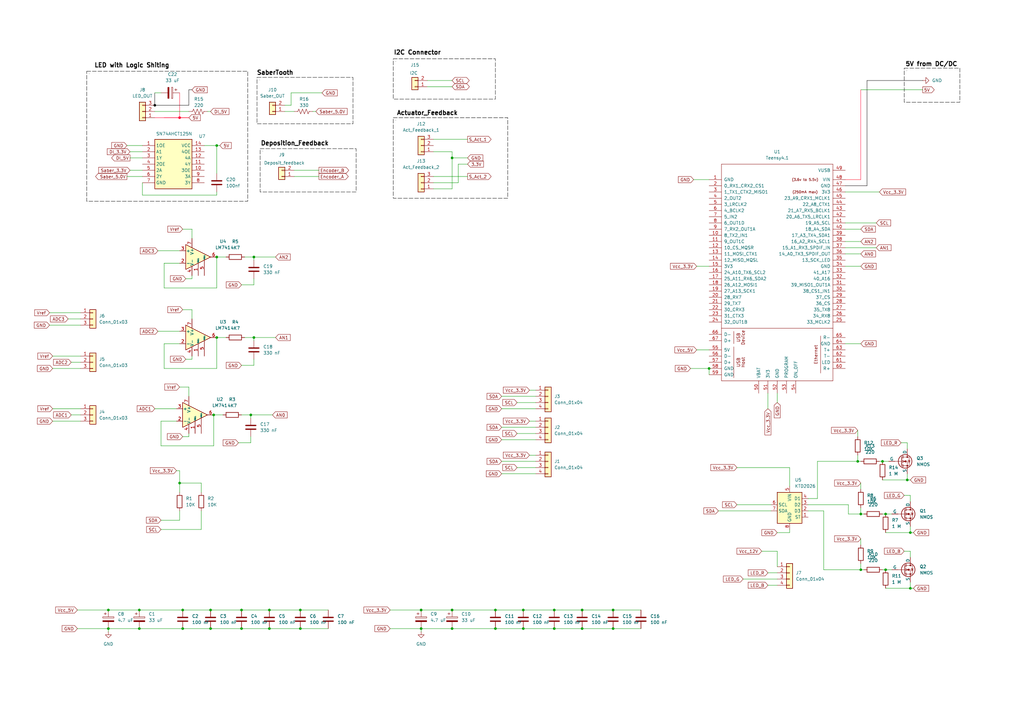
<source format=kicad_sch>
(kicad_sch (version 20250114) (generator "eeschema") (generator_version "9.0")
  (paper "A3")
  (lib_symbols
    (symbol "74xx:74AHC373"
      (property "Reference" "U7" (at -1.016 20.32 0))
      (property "Value" "SN74AHCT125N" (at -7.112 17.526 0))
      (symbol "74AHC373_1_0"
        (pin input line (at -12.7 12.7 0) (length 5.08) (name "1OE") (number "1"))
        (pin input line (at -12.7 10.16 0) (length 5.08) (name "A1") (number "2"))
        (pin input line (at -12.7 7.62 0) (length 5.08) (name "1Y") (number "3"))
        (pin input line (at -12.7 5.08 0) (length 5.08) (name "2OE") (number "4"))
        (pin input line (at -12.7 2.54 0) (length 5.08) (name "2A") (number "5"))
        (pin input line (at -12.7 0 0) (length 5.08) (name "2Y") (number "6"))
        (pin input line (at -12.7 -2.54 0) (length 5.08) (name "GND") (number "7"))
        (pin tri_state line (at 12.7 12.7 180) (length 5.08) (name "VCC") (number "14"))
        (pin tri_state line (at 12.7 10.16 180) (length 5.08) (name "4OE") (number "13"))
        (pin tri_state line (at 12.7 7.62 180) (length 5.08) (name "4A") (number "12"))
        (pin tri_state line (at 12.7 5.08 180) (length 5.08) (name "4Y") (number "11"))
        (pin tri_state line (at 12.7 2.54 180) (length 5.08) (name "3OE") (number "10"))
        (pin tri_state line (at 12.7 0 180) (length 5.08) (name "3A") (number "9"))
        (pin tri_state line (at 12.7 -2.54 180) (length 5.08) (name "3Y") (number "8"))
      )
    )
    (symbol "Amplifier_Operational:LM741" (pin_names (offset 0.127))
      (property "Reference" "U" (at 0 6.35 0))
      (property "Value" "LM741" (at 0 3.81 0))
      (symbol "LM741_1_1"
        (pin input line (at -7.62 2.54 0) (length 2.54) (name "+") (number "3"))
        (pin input line (at -7.62 -2.54 0) (length 2.54) (name "-") (number "2"))
        (pin power_in line (at -2.54 7.62 270) (length 3.81) (name "V+") (number "7"))
        (pin power_in line (at -2.54 -7.62 90) (length 3.81) (name "V-") (number "4"))
        (pin no_connect line (at 0 2.54 270) (length 2.54) (hide yes) (name "NC") (number "8"))
        (pin input line (at 0 -7.62 90) (length 5.08) (name "NULL") (number "1"))
        (pin input line (at 2.54 -7.62 90) (length 6.35) (name "NULL") (number "5"))
        (pin output line (at 7.62 0 180) (length 2.54) (name "~") (number "6"))
      )
    )
    (symbol "Connector_Generic:Conn_01x02" (pin_names (offset 1.016) (hide yes))
      (property "Reference" "J" (at 0 2.54 0))
      (property "Value" "Conn_01x02" (at 0 -5.08 0))
      (symbol "Conn_01x02_1_1"
        (pin passive line (at -5.08 0 0) (length 3.81) (name "Pin_1") (number "1"))
        (pin passive line (at -5.08 -2.54 0) (length 3.81) (name "Pin_2") (number "2"))
      )
    )
    (symbol "Connector_Generic:Conn_01x03" (pin_names (offset 1.016) (hide yes))
      (property "Reference" "J" (at 0 5.08 0))
      (property "Value" "Conn_01x03" (at 0 -5.08 0))
      (symbol "Conn_01x03_1_1"
        (pin passive line (at -5.08 2.54 0) (length 3.81) (name "Pin_1") (number "1"))
        (pin passive line (at -5.08 0 0) (length 3.81) (name "Pin_2") (number "2"))
        (pin passive line (at -5.08 -2.54 0) (length 3.81) (name "Pin_3") (number "3"))
      )
    )
    (symbol "Connector_Generic:Conn_01x04" (pin_names (offset 1.016) (hide yes))
      (property "Reference" "J" (at 0 5.08 0))
      (property "Value" "Conn_01x04" (at 0 -7.62 0))
      (symbol "Conn_01x04_1_1"
        (pin passive line (at -5.08 2.54 0) (length 3.81) (name "Pin_1") (number "1"))
        (pin passive line (at -5.08 0 0) (length 3.81) (name "Pin_2") (number "2"))
        (pin passive line (at -5.08 -2.54 0) (length 3.81) (name "Pin_3") (number "3"))
        (pin passive line (at -5.08 -5.08 0) (length 3.81) (name "Pin_4") (number "4"))
      )
    )
    (symbol "Device:C" (pin_numbers (hide yes)) (pin_names (offset 0.254))
      (property "Reference" "C" (at 0.635 2.54 0))
      (property "Value" "C" (at 0.635 -2.54 0))
      (symbol "C_1_1"
        (pin passive line (at 0 3.81 270) (length 2.794) (name "~") (number "1"))
        (pin passive line (at 0 -3.81 90) (length 2.794) (name "~") (number "2"))
      )
    )
    (symbol "Device:C_Polarized" (pin_numbers (hide yes)) (pin_names (offset 0.254))
      (property "Reference" "C" (at 0.635 2.54 0))
      (property "Value" "C_Polarized" (at 0.635 -2.54 0))
      (symbol "C_Polarized_1_1"
        (pin passive line (at 0 3.81 270) (length 2.794) (name "~") (number "1"))
        (pin passive line (at 0 -3.81 90) (length 2.794) (name "~") (number "2"))
      )
    )
    (symbol "Device:R" (pin_numbers (hide yes)) (pin_names (offset 0))
      (property "Reference" "R" (at 2.032 0 90))
      (property "Value" "R" (at 0 0 90))
      (symbol "R_1_1"
        (pin passive line (at 0 3.81 270) (length 1.27) (name "~") (number "1"))
        (pin passive line (at 0 -3.81 90) (length 1.27) (name "~") (number "2"))
      )
    )
    (symbol "Device:R_US" (pin_numbers (hide yes)) (pin_names (offset 0))
      (property "Reference" "R" (at 2.54 0 90))
      (property "Value" "R_US" (at -2.54 0 90))
      (symbol "R_US_1_1"
        (pin passive line (at 0 3.81 270) (length 1.27) (name "~") (number "1"))
        (pin passive line (at 0 -3.81 90) (length 1.27) (name "~") (number "2"))
      )
    )
    (symbol "Driver_LED:KTD2026"
      (property "Reference" "U" (at 6.604 8.636 0))
      (property "Value" "KTD2026" (at -6.985 8.89 0))
      (symbol "KTD2026_1_1"
        (pin input line (at -7.62 2.54 0) (length 2.54) (name "SCL") (number "6"))
        (pin bidirectional line (at -7.62 0 0) (length 2.54) (name "SDA") (number "7"))
        (pin power_in line (at 0 10.16 270) (length 2.54) (name "VIN") (number "5"))
        (pin power_in line (at 0 -7.62 90) (length 2.54) (name "GND") (number "8"))
        (pin passive line (at 0 -7.62 90) (length 2.54) (hide yes) (name "GND") (number "9"))
        (pin output line (at 7.62 5.08 180) (length 2.54) (name "D1") (number "4"))
        (pin output line (at 7.62 2.54 180) (length 2.54) (name "D2") (number "3"))
        (pin output line (at 7.62 0 180) (length 2.54) (name "D3") (number "2"))
        (pin open_collector line (at 7.62 -2.54 180) (length 2.54) (name "ST") (number "1"))
      )
    )
    (symbol "Simulation_SPICE:NMOS" (pin_numbers (hide yes)) (pin_names (offset 0))
      (property "Reference" "Q" (at 5.08 1.27 0))
      (property "Value" "NMOS" (at 5.08 -1.27 0))
      (symbol "NMOS_1_1"
        (pin input line (at -5.08 0 0) (length 2.54) (name "G") (number "2"))
        (pin passive line (at 2.54 5.08 270) (length 2.54) (name "D") (number "1"))
        (pin passive line (at 2.54 -5.08 90) (length 2.54) (name "S") (number "3"))
      )
    )
    (symbol "power:GND" (power) (pin_numbers (hide yes)) (pin_names (offset 0) (hide yes))
      (property "Value" "GND" (at 0 -3.81 0))
      (symbol "GND_1_1"
        (pin power_in line (at 0 0 270) (length 0) (name "~") (number "1"))
      )
    )
    (symbol "teensy:Teensy4.1" (pin_names (offset 1.016))
      (property "Reference" "U" (at 0 64.77 0))
      (property "Value" "Teensy4.1" (at 0 62.23 0))
      (symbol "Teensy4.1_0_0"
        (text "USB" (at -15.875 -10.16 900) (effects (font (size 1.27 1.27))))
        (text "USB" (at -15.875 -20.32 900) (effects (font (size 1.27 1.27))))
        (text "Device" (at -13.97 -10.16 900) (effects (font (size 1.27 1.27))))
        (text "Host" (at -13.97 -20.32 900) (effects (font (size 1.27 1.27))))
        (text "(3.6v to 5.5v)" (at 11.43 54.61 0) (effects (font (size 1.016 1.016))))
        (text "(250mA max)" (at 11.43 49.53 0) (effects (font (size 1.016 1.016))))
        (text "Ethernet" (at 15.875 -17.145 900) (effects (font (size 1.27 1.27))))
        (pin bidirectional line (at -27.94 44.45 0) (length 5.08) (name "3_LRCLK2") (number "5"))
        (pin bidirectional line (at -27.94 41.91 0) (length 5.08) (name "4_BCLK2") (number "6"))
        (pin bidirectional line (at -27.94 39.37 0) (length 5.08) (name "5_IN2") (number "7"))
        (pin bidirectional line (at -27.94 36.83 0) (length 5.08) (name "6_OUT1D") (number "8"))
        (pin bidirectional line (at -27.94 34.29 0) (length 5.08) (name "7_RX2_OUT1A") (number "9"))
        (pin bidirectional line (at -27.94 31.75 0) (length 5.08) (name "8_TX2_IN1") (number "10"))
        (pin bidirectional line (at -27.94 29.21 0) (length 5.08) (name "9_OUT1C") (number "11"))
        (pin bidirectional line (at -27.94 26.67 0) (length 5.08) (name "10_CS_MQSR") (number "12"))
        (pin bidirectional line (at -27.94 24.13 0) (length 5.08) (name "11_MOSI_CTX1") (number "13"))
        (pin bidirectional line (at -27.94 21.59 0) (length 5.08) (name "12_MISO_MQSL") (number "14"))
        (pin power_in line (at -27.94 19.05 0) (length 5.08) (name "3V3") (number "15"))
        (pin bidirectional line (at -27.94 16.51 0) (length 5.08) (name "24_A10_TX6_SCL2") (number "16"))
        (pin bidirectional line (at -27.94 13.97 0) (length 5.08) (name "25_A11_RX6_SDA2") (number "17"))
        (pin bidirectional line (at -27.94 11.43 0) (length 5.08) (name "26_A12_MOSI1") (number "18"))
        (pin bidirectional line (at -27.94 8.89 0) (length 5.08) (name "27_A13_SCK1") (number "19"))
        (pin bidirectional line (at -27.94 6.35 0) (length 5.08) (name "28_RX7") (number "20"))
        (pin bidirectional line (at -27.94 3.81 0) (length 5.08) (name "29_TX7") (number "21"))
        (pin bidirectional line (at -27.94 1.27 0) (length 5.08) (name "30_CRX3") (number "22"))
        (pin bidirectional line (at -27.94 -1.27 0) (length 5.08) (name "31_CTX3") (number "23"))
        (pin bidirectional line (at -27.94 -3.81 0) (length 5.08) (name "32_OUT1B") (number "24"))
        (pin bidirectional line (at -27.94 -8.89 0) (length 5.08) (name "D-") (number "66"))
        (pin bidirectional line (at -27.94 -11.43 0) (length 5.08) (name "D+") (number "67"))
        (pin power_out line (at -27.94 -15.24 0) (length 5.08) (name "5V") (number "55"))
        (pin bidirectional line (at -27.94 -17.78 0) (length 5.08) (name "D-") (number "56"))
        (pin bidirectional line (at -27.94 -20.32 0) (length 5.08) (name "D+") (number "57"))
        (pin power_in line (at -27.94 -22.86 0) (length 5.08) (name "GND") (number "58"))
        (pin power_in line (at -27.94 -25.4 0) (length 5.08) (name "GND") (number "59"))
        (pin power_in line (at -7.62 -33.02 90) (length 5.08) (name "VBAT") (number "50"))
        (pin power_in line (at -3.81 -33.02 90) (length 5.08) (name "3V3") (number "51"))
        (pin input line (at 0 -33.02 90) (length 5.08) (name "GND") (number "52"))
        (pin input line (at 3.81 -33.02 90) (length 5.08) (name "PROGRAM") (number "53"))
        (pin input line (at 7.62 -33.02 90) (length 5.08) (name "ON_OFF") (number "54"))
        (pin power_out line (at 27.94 58.42 180) (length 5.08) (name "VUSB") (number "49"))
        (pin power_in line (at 27.94 54.61 180) (length 5.08) (name "VIN") (number "48"))
        (pin output line (at 27.94 52.07 180) (length 5.08) (name "GND") (number "47"))
        (pin output line (at 27.94 49.53 180) (length 5.08) (name "3V3") (number "46"))
        (pin bidirectional line (at 27.94 46.99 180) (length 5.08) (name "23_A9_CRX1_MCLK1") (number "45"))
        (pin bidirectional line (at 27.94 44.45 180) (length 5.08) (name "22_A8_CTX1") (number "44"))
        (pin bidirectional line (at 27.94 41.91 180) (length 5.08) (name "21_A7_RX5_BCLK1") (number "43"))
        (pin bidirectional line (at 27.94 39.37 180) (length 5.08) (name "20_A6_TX5_LRCLK1") (number "42"))
        (pin bidirectional line (at 27.94 36.83 180) (length 5.08) (name "19_A5_SCL") (number "41"))
        (pin bidirectional line (at 27.94 34.29 180) (length 5.08) (name "18_A4_SDA") (number "40"))
        (pin bidirectional line (at 27.94 31.75 180) (length 5.08) (name "17_A3_TX4_SDA1") (number "39"))
        (pin bidirectional line (at 27.94 29.21 180) (length 5.08) (name "16_A2_RX4_SCL1") (number "38"))
        (pin bidirectional line (at 27.94 26.67 180) (length 5.08) (name "15_A1_RX3_SPDIF_IN") (number "37"))
        (pin bidirectional line (at 27.94 24.13 180) (length 5.08) (name "14_A0_TX3_SPDIF_OUT") (number "36"))
        (pin bidirectional line (at 27.94 21.59 180) (length 5.08) (name "13_SCK_LED") (number "35"))
        (pin bidirectional line (at 27.94 16.51 180) (length 5.08) (name "41_A17") (number "33"))
        (pin bidirectional line (at 27.94 13.97 180) (length 5.08) (name "40_A16") (number "32"))
        (pin bidirectional line (at 27.94 11.43 180) (length 5.08) (name "39_MISO1_OUT1A") (number "31"))
        (pin bidirectional line (at 27.94 8.89 180) (length 5.08) (name "38_CS1_IN1") (number "30"))
        (pin bidirectional line (at 27.94 6.35 180) (length 5.08) (name "37_CS") (number "29"))
        (pin bidirectional line (at 27.94 3.81 180) (length 5.08) (name "36_CS") (number "28"))
        (pin bidirectional line (at 27.94 1.27 180) (length 5.08) (name "35_TX8") (number "27"))
        (pin bidirectional line (at 27.94 -1.27 180) (length 5.08) (name "34_RX8") (number "26"))
        (pin bidirectional line (at 27.94 -3.81 180) (length 5.08) (name "33_MCLK2") (number "25"))
        (pin bidirectional line (at 27.94 -10.16 180) (length 5.08) (name "R-") (number "65"))
        (pin power_in line (at 27.94 -12.7 180) (length 5.08) (name "GND") (number "64"))
        (pin bidirectional line (at 27.94 -15.24 180) (length 5.08) (name "T+") (number "63"))
        (pin bidirectional line (at 27.94 -17.78 180) (length 5.08) (name "T-") (number "62"))
        (pin bidirectional line (at 27.94 -20.32 180) (length 5.08) (name "LED") (number "61"))
        (pin bidirectional line (at 27.94 -22.86 180) (length 5.08) (name "R+") (number "60"))
      )
      (symbol "Teensy4.1_1_1"
        (pin power_in line (at -27.94 54.61 0) (length 5.08) (name "GND") (number "1"))
        (pin bidirectional line (at -27.94 52.07 0) (length 5.08) (name "0_RX1_CRX2_CS1") (number "2"))
        (pin bidirectional line (at -27.94 49.53 0) (length 5.08) (name "1_TX1_CTX2_MISO1") (number "3"))
        (pin bidirectional line (at -27.94 46.99 0) (length 5.08) (name "2_OUT2") (number "4"))
        (pin power_in line (at 27.94 19.05 180) (length 5.08) (name "GND") (number "34"))
      )
    )
  )
  (text "Deposition_Feedback\n" (at 120.904 58.928 0) (effects (font (size 1.778 1.778) (thickness 0.3556) (bold yes))))
  (text "5V from DC/DC\n" (at 382.016 26.416 0) (effects (font (size 1.778 1.778) (thickness 0.3556) (bold yes))))
  (text "LED with Logic Shiting\n" (at 54.102 26.924 0) (effects (font (size 1.778 1.778) (thickness 0.3556) (bold yes))))
  (text "SaberTooth \n" (at 113.538 29.972 0) (effects (font (size 1.778 1.778) (thickness 0.3556) (bold yes))))
  (text "Actuator_Feedback\n" (at 175.26 46.482 0) (effects (font (size 1.778 1.778) (thickness 0.3556) (bold yes))))
  (text "I2C Connector\n\n" (at 171.196 23.114 0) (effects (font (size 1.778 1.778) (thickness 0.3556) (bold yes))))
  (text_box "\\\n" (at 161.29 48.26 0) (size 46.99 33.02) (margins 0.9525 0.9525 0.9525 0.9525) (stroke (width 0.1524) (type dash) (color 0 0 0 1)) (effects (font (size 0.127 0.127)) (justify left top)))
  (text_box "\\\n" (at 106.68 60.96 0) (size 39.37 17.78) (margins 0.9525 0.9525 0.9525 0.9525) (stroke (width 0.1524) (type dash) (color 0 0 0 1)) (effects (font (size 0.127 0.127)) (justify left top)))
  (text_box "\\\n" (at 370.84 27.94 0) (size 22.86 13.97) (margins 0.9525 0.9525 0.9525 0.9525) (stroke (width 0.1524) (type dash) (color 0 0 0 1)) (effects (font (size 0.127 0.127)) (justify left top)))
  (text_box "\\\n" (at 35.56 29.21 0) (size 66.04 53.34) (margins 0.9525 0.9525 0.9525 0.9525) (stroke (width 0.1524) (type dash) (color 0 0 0 1)) (effects (font (size 0.127 0.127)) (justify left top)))
  (text_box "\\\n" (at 161.29 24.13 0) (size 41.91 16.51) (margins 0.9525 0.9525 0.9525 0.9525) (stroke (width 0.1524) (type dash) (color 0 0 0 1)) (effects (font (size 0.127 0.127)) (justify left top)))
  (text_box "\\\n" (at 105.41 31.75 0) (size 39.37 19.05) (margins 0.9525 0.9525 0.9525 0.9525) (stroke (width 0.1524) (type dash) (color 0 0 0 1)) (effects (font (size 0.127 0.127)) (justify left top)))
  (junction (at 57.15 257.81))
  (junction (at 88.9 105.41))
  (junction (at 63.5 43.18) (color 5 5 5 1))
  (junction (at 372.11 196.85))
  (junction (at 227.33 257.81))
  (junction (at 44.45 257.81))
  (junction (at 363.22 210.82))
  (junction (at 351.79 189.23))
  (junction (at 74.93 257.81))
  (junction (at 214.63 257.81))
  (junction (at 172.72 250.19))
  (junction (at 73.66 48.26) (color 255 0 40 1))
  (junction (at 238.76 257.81))
  (junction (at 86.36 257.81))
  (junction (at 86.36 250.19))
  (junction (at 172.72 257.81))
  (junction (at 104.14 105.41))
  (junction (at 74.93 250.19))
  (junction (at 361.95 189.23))
  (junction (at 99.06 257.81))
  (junction (at 373.38 218.44))
  (junction (at 102.87 170.18))
  (junction (at 99.06 250.19))
  (junction (at 88.9 59.69))
  (junction (at 363.22 233.68))
  (junction (at 110.49 250.19))
  (junction (at 227.33 250.19))
  (junction (at 123.19 250.19))
  (junction (at 185.42 250.19))
  (junction (at 214.63 250.19))
  (junction (at 238.76 250.19))
  (junction (at 185.42 64.77))
  (junction (at 57.15 250.19))
  (junction (at 251.46 250.19))
  (junction (at 203.2 250.19))
  (junction (at 87.63 170.18))
  (junction (at 44.45 250.19))
  (junction (at 251.46 257.81))
  (junction (at 104.14 138.43))
  (junction (at 123.19 257.81))
  (junction (at 73.66 198.12))
  (junction (at 353.06 233.68))
  (junction (at 203.2 257.81))
  (junction (at 373.38 241.3))
  (junction (at 185.42 257.81))
  (junction (at 290.83 151.13))
  (junction (at 110.49 257.81))
  (junction (at 88.9 138.43))
  (junction (at 353.06 210.82))
  (wire (pts (xy 337.82 209.55) (xy 337.82 233.68)))
  (wire (pts (xy 120.65 72.39) (xy 130.81 72.39)))
  (wire (pts (xy 104.14 105.41) (xy 113.03 105.41)))
  (wire (pts (xy 346.71 140.97) (xy 353.06 140.97)))
  (wire (pts (xy 373.38 238.76) (xy 373.38 241.3)))
  (wire (pts (xy 172.72 250.19) (xy 185.42 250.19)))
  (wire (pts (xy 120.65 69.85) (xy 130.81 69.85)))
  (wire (pts (xy 64.77 135.89) (xy 73.66 135.89)))
  (wire (pts (xy 369.57 181.61) (xy 372.11 181.61)))
  (wire (pts (xy 185.42 257.81) (xy 203.2 257.81)))
  (wire (pts (xy 290.83 151.13) (xy 290.83 153.67)))
  (wire (pts (xy 238.76 257.81) (xy 251.46 257.81)))
  (wire (pts (xy 363.22 233.68) (xy 365.76 233.68)))
  (wire (pts (xy 123.19 257.81) (xy 134.62 257.81)))
  (wire (pts (xy 373.38 218.44) (xy 374.65 218.44)))
  (wire (pts (xy 128.27 45.72) (xy 129.54 45.72)))
  (wire (pts (xy 373.38 226.06) (xy 373.38 228.6)))
  (wire (pts (xy 63.5 167.64) (xy 72.39 167.64)))
  (wire (pts (xy 31.75 250.19) (xy 44.45 250.19)))
  (wire (pts (xy 53.34 64.77) (xy 58.42 64.77)))
  (wire (pts (xy 351.79 179.07) (xy 351.79 176.53)))
  (wire (pts (xy 314.96 161.29) (xy 314.96 167.64)))
  (wire (pts (xy 104.14 138.43) (xy 113.03 138.43)))
  (wire (pts (xy 67.31 118.11) (xy 88.9 118.11)))
  (wire (pts (xy 177.8 74.93) (xy 187.96 74.93)))
  (wire (pts (xy 67.31 151.13) (xy 88.9 151.13)))
  (wire (pts (xy 212.09 177.8) (xy 219.71 177.8)))
  (wire (pts (xy 353.06 231.14) (xy 353.06 233.68)))
  (wire (pts (xy 203.2 250.19) (xy 214.63 250.19)))
  (wire (pts (xy 29.21 148.59) (xy 33.02 148.59)))
  (wire (pts (xy 203.2 257.81) (xy 214.63 257.81)))
  (wire (pts (xy 363.22 218.44) (xy 373.38 218.44)))
  (wire (pts (xy 29.21 170.18) (xy 33.02 170.18)))
  (wire (pts (xy 337.82 233.68) (xy 353.06 233.68)))
  (wire (pts (xy 177.8 77.47) (xy 185.42 77.47)))
  (wire (pts (xy 372.11 181.61) (xy 372.11 184.15)))
  (wire (pts (xy 304.8 237.49) (xy 318.77 237.49)))
  (wire (pts (xy 88.9 118.11) (xy 88.9 105.41)))
  (wire (pts (xy 284.48 73.66) (xy 290.83 73.66)))
  (wire (pts (xy 102.87 181.61) (xy 97.79 181.61)))
  (wire (pts (xy 77.47 36.83) (xy 78.74 36.83)) (stroke (width 0) (color 5 5 5 1)))
  (wire (pts (xy 318.77 218.44) (xy 323.85 218.44)))
  (wire (pts (xy 78.74 93.98) (xy 78.74 97.79)))
  (wire (pts (xy 77.47 36.83) (xy 77.47 43.18)) (stroke (width 0) (color 5 5 5 1)))
  (wire (pts (xy 44.45 250.19) (xy 57.15 250.19)))
  (wire (pts (xy 314.96 234.95) (xy 318.77 234.95)))
  (wire (pts (xy 78.74 147.32) (xy 78.74 146.05)))
  (wire (pts (xy 83.82 59.69) (xy 88.9 59.69)))
  (wire (pts (xy 64.77 102.87) (xy 73.66 102.87)))
  (wire (pts (xy 110.49 257.81) (xy 123.19 257.81)))
  (wire (pts (xy 175.26 35.56) (xy 185.42 35.56)))
  (wire (pts (xy 373.38 203.2) (xy 373.38 205.74)))
  (wire (pts (xy 302.26 207.01) (xy 316.23 207.01)))
  (wire (pts (xy 361.95 189.23) (xy 364.49 189.23)))
  (wire (pts (xy 217.17 160.02) (xy 219.71 160.02)))
  (wire (pts (xy 227.33 257.81) (xy 238.76 257.81)))
  (wire (pts (xy 82.55 201.93) (xy 82.55 198.12)))
  (wire (pts (xy 335.28 204.47) (xy 335.28 189.23)))
  (wire (pts (xy 73.66 198.12) (xy 73.66 201.93)))
  (wire (pts (xy 20.32 133.35) (xy 33.02 133.35)))
  (wire (pts (xy 185.42 62.23) (xy 185.42 64.77)))
  (wire (pts (xy 116.84 45.72) (xy 120.65 45.72)))
  (wire (pts (xy 77.47 179.07) (xy 77.47 177.8)))
  (wire (pts (xy 99.06 257.81) (xy 110.49 257.81)))
  (wire (pts (xy 212.09 165.1) (xy 219.71 165.1)))
  (wire (pts (xy 102.87 179.07) (xy 102.87 181.61)))
  (wire (pts (xy 187.96 67.31) (xy 191.77 67.31)))
  (wire (pts (xy 370.84 226.06) (xy 373.38 226.06)))
  (wire (pts (xy 57.15 250.19) (xy 74.93 250.19)))
  (wire (pts (xy 21.59 172.72) (xy 33.02 172.72)))
  (wire (pts (xy 87.63 182.88) (xy 87.63 170.18)))
  (wire (pts (xy 44.45 257.81) (xy 57.15 257.81)))
  (wire (pts (xy 74.93 250.19) (xy 86.36 250.19)))
  (wire (pts (xy 82.55 198.12) (xy 73.66 198.12)))
  (wire (pts (xy 251.46 250.19) (xy 262.89 250.19)))
  (wire (pts (xy 88.9 105.41) (xy 92.71 105.41)))
  (wire (pts (xy 353.06 210.82) (xy 354.33 210.82)))
  (wire (pts (xy 73.66 38.1) (xy 73.66 48.26)) (stroke (width 0) (color 255 1 35 1)))
  (wire (pts (xy 217.17 186.69) (xy 219.71 186.69)))
  (wire (pts (xy 85.09 45.72) (xy 86.36 45.72)))
  (wire (pts (xy 21.59 146.05) (xy 33.02 146.05)))
  (wire (pts (xy 73.66 193.04) (xy 73.66 198.12)))
  (wire (pts (xy 353.06 208.28) (xy 353.06 210.82)))
  (wire (pts (xy 74.93 127) (xy 78.74 127)))
  (wire (pts (xy 73.66 213.36) (xy 73.66 209.55)))
  (wire (pts (xy 360.68 189.23) (xy 361.95 189.23)))
  (wire (pts (xy 214.63 257.81) (xy 227.33 257.81)))
  (wire (pts (xy 378.46 33.02) (xy 355.6 33.02)) (stroke (width 0) (color 0 0 0 1)))
  (wire (pts (xy 72.39 193.04) (xy 73.66 193.04)))
  (wire (pts (xy 77.47 43.18) (xy 63.5 43.18)) (stroke (width 0) (color 5 5 5 1)))
  (wire (pts (xy 318.77 161.29) (xy 318.77 165.1)))
  (wire (pts (xy 88.9 138.43) (xy 92.71 138.43)))
  (wire (pts (xy 346.71 76.2) (xy 355.6 76.2)) (stroke (width 0) (color 8 0 3 1)))
  (wire (pts (xy 185.42 64.77) (xy 185.42 77.47)))
  (wire (pts (xy 205.74 162.56) (xy 219.71 162.56)))
  (wire (pts (xy 88.9 59.69) (xy 90.17 59.69)))
  (wire (pts (xy 73.66 140.97) (xy 67.31 140.97)))
  (wire (pts (xy 102.87 170.18) (xy 99.06 170.18)))
  (wire (pts (xy 353.06 73.66) (xy 346.71 73.66)) (stroke (width 0) (color 255 0 27 1)))
  (wire (pts (xy 347.98 207.01) (xy 347.98 210.82)))
  (wire (pts (xy 63.5 48.26) (xy 73.66 48.26)) (stroke (width 0) (color 255 0 46 1)))
  (wire (pts (xy 361.95 196.85) (xy 372.11 196.85)))
  (wire (pts (xy 76.2 147.32) (xy 78.74 147.32)))
  (wire (pts (xy 20.32 128.27) (xy 33.02 128.27)))
  (wire (pts (xy 346.71 101.6) (xy 359.41 101.6)))
  (wire (pts (xy 58.42 74.93) (xy 58.42 80.01)))
  (wire (pts (xy 363.22 241.3) (xy 373.38 241.3)))
  (wire (pts (xy 172.72 257.81) (xy 185.42 257.81)))
  (wire (pts (xy 185.42 250.19) (xy 203.2 250.19)))
  (wire (pts (xy 372.11 196.85) (xy 373.38 196.85)))
  (wire (pts (xy 119.38 43.18) (xy 119.38 38.1)))
  (wire (pts (xy 73.66 107.95) (xy 67.31 107.95)))
  (wire (pts (xy 78.74 127) (xy 78.74 130.81)))
  (wire (pts (xy 110.49 250.19) (xy 123.19 250.19)))
  (wire (pts (xy 88.9 59.69) (xy 88.9 71.12)))
  (wire (pts (xy 116.84 43.18) (xy 119.38 43.18)))
  (wire (pts (xy 66.04 217.17) (xy 82.55 217.17)))
  (wire (pts (xy 177.8 62.23) (xy 185.42 62.23)))
  (wire (pts (xy 87.63 170.18) (xy 91.44 170.18)))
  (wire (pts (xy 160.02 250.19) (xy 172.72 250.19)))
  (wire (pts (xy 86.36 257.81) (xy 99.06 257.81)))
  (wire (pts (xy 77.47 45.72) (xy 63.5 45.72)))
  (wire (pts (xy 205.74 175.26) (xy 219.71 175.26)))
  (wire (pts (xy 88.9 151.13) (xy 88.9 138.43)))
  (wire (pts (xy 314.96 240.03) (xy 318.77 240.03)))
  (wire (pts (xy 88.9 80.01) (xy 88.9 78.74)))
  (wire (pts (xy 175.26 33.02) (xy 185.42 33.02)))
  (wire (pts (xy 335.28 189.23) (xy 351.79 189.23)))
  (wire (pts (xy 53.34 62.23) (xy 58.42 62.23)))
  (wire (pts (xy 285.75 109.22) (xy 290.83 109.22)))
  (wire (pts (xy 73.66 48.26) (xy 77.47 48.26)) (stroke (width 0) (color 255 18 0 1)))
  (wire (pts (xy 104.14 138.43) (xy 100.33 138.43)))
  (wire (pts (xy 74.93 93.98) (xy 78.74 93.98)))
  (wire (pts (xy 63.5 38.1) (xy 63.5 43.18)) (stroke (width 0) (color 5 3 5 1)))
  (wire (pts (xy 160.02 257.81) (xy 172.72 257.81)))
  (wire (pts (xy 353.06 36.83) (xy 353.06 73.66)) (stroke (width 0) (color 255 14 57 1)))
  (wire (pts (xy 104.14 149.86) (xy 99.06 149.86)))
  (wire (pts (xy 351.79 186.69) (xy 351.79 189.23)))
  (wire (pts (xy 177.8 57.15) (xy 191.77 57.15)))
  (wire (pts (xy 187.96 67.31) (xy 187.96 74.93)))
  (wire (pts (xy 53.34 69.85) (xy 58.42 69.85)))
  (wire (pts (xy 72.39 172.72) (xy 66.04 172.72)))
  (wire (pts (xy 251.46 257.81) (xy 262.89 257.81)))
  (wire (pts (xy 74.93 257.81) (xy 86.36 257.81)))
  (wire (pts (xy 212.09 191.77) (xy 219.71 191.77)))
  (wire (pts (xy 353.06 200.66) (xy 353.06 198.12)))
  (wire (pts (xy 312.42 226.06) (xy 318.77 226.06)))
  (wire (pts (xy 214.63 250.19) (xy 227.33 250.19)))
  (wire (pts (xy 346.71 91.44) (xy 359.41 91.44)))
  (wire (pts (xy 102.87 171.45) (xy 102.87 170.18)))
  (wire (pts (xy 77.47 158.75) (xy 77.47 162.56)))
  (wire (pts (xy 346.71 109.22) (xy 353.06 109.22)))
  (wire (pts (xy 21.59 151.13) (xy 33.02 151.13)))
  (wire (pts (xy 74.93 179.07) (xy 77.47 179.07)))
  (wire (pts (xy 217.17 172.72) (xy 219.71 172.72)))
  (wire (pts (xy 373.38 241.3) (xy 374.65 241.3)))
  (wire (pts (xy 185.42 64.77) (xy 191.77 64.77)))
  (wire (pts (xy 353.06 233.68) (xy 354.33 233.68)))
  (wire (pts (xy 86.36 250.19) (xy 99.06 250.19)))
  (wire (pts (xy 323.85 191.77) (xy 323.85 199.39)))
  (wire (pts (xy 66.04 213.36) (xy 73.66 213.36)))
  (wire (pts (xy 104.14 147.32) (xy 104.14 149.86)))
  (wire (pts (xy 346.71 93.98) (xy 353.06 93.98)))
  (wire (pts (xy 104.14 116.84) (xy 99.06 116.84)))
  (wire (pts (xy 73.66 48.26) (xy 77.47 48.26)) (stroke (width 0) (color 255 0 46 1)))
  (wire (pts (xy 52.07 59.69) (xy 58.42 59.69)))
  (wire (pts (xy 104.14 105.41) (xy 100.33 105.41)))
  (wire (pts (xy 205.74 189.23) (xy 219.71 189.23)))
  (wire (pts (xy 294.64 209.55) (xy 316.23 209.55)))
  (wire (pts (xy 73.66 158.75) (xy 77.47 158.75)))
  (wire (pts (xy 361.95 233.68) (xy 363.22 233.68)))
  (wire (pts (xy 346.71 99.06) (xy 353.06 99.06)))
  (wire (pts (xy 283.21 151.13) (xy 290.83 151.13)))
  (wire (pts (xy 104.14 106.68) (xy 104.14 105.41)))
  (wire (pts (xy 82.55 217.17) (xy 82.55 209.55)))
  (wire (pts (xy 353.06 223.52) (xy 353.06 220.98)))
  (wire (pts (xy 67.31 48.26) (xy 73.66 48.26)) (stroke (width 0) (color 255 6 45 1)))
  (wire (pts (xy 363.22 210.82) (xy 365.76 210.82)))
  (wire (pts (xy 331.47 204.47) (xy 335.28 204.47)))
  (wire (pts (xy 104.14 114.3) (xy 104.14 116.84)))
  (wire (pts (xy 347.98 210.82) (xy 353.06 210.82)))
  (wire (pts (xy 67.31 107.95) (xy 67.31 118.11)))
  (wire (pts (xy 346.71 78.74) (xy 360.68 78.74)))
  (wire (pts (xy 361.95 210.82) (xy 363.22 210.82)))
  (wire (pts (xy 355.6 33.02) (xy 355.6 76.2)) (stroke (width 0) (color 0 0 0 1)))
  (wire (pts (xy 104.14 139.7) (xy 104.14 138.43)))
  (wire (pts (xy 205.74 167.64) (xy 219.71 167.64)))
  (wire (pts (xy 370.84 203.2) (xy 373.38 203.2)))
  (wire (pts (xy 351.79 189.23) (xy 353.06 189.23)))
  (wire (pts (xy 76.2 114.3) (xy 78.74 114.3)))
  (wire (pts (xy 346.71 104.14) (xy 353.06 104.14)))
  (wire (pts (xy 102.87 170.18) (xy 111.76 170.18)))
  (wire (pts (xy 285.75 143.51) (xy 290.83 143.51)))
  (wire (pts (xy 373.38 215.9) (xy 373.38 218.44)))
  (wire (pts (xy 372.11 194.31) (xy 372.11 196.85)))
  (wire (pts (xy 21.59 167.64) (xy 33.02 167.64)))
  (wire (pts (xy 205.74 194.31) (xy 219.71 194.31)))
  (wire (pts (xy 66.04 172.72) (xy 66.04 182.88)))
  (wire (pts (xy 302.26 191.77) (xy 323.85 191.77)))
  (wire (pts (xy 119.38 38.1) (xy 132.08 38.1)))
  (wire (pts (xy 58.42 80.01) (xy 88.9 80.01)))
  (wire (pts (xy 318.77 226.06) (xy 318.77 232.41)))
  (wire (pts (xy 205.74 180.34) (xy 219.71 180.34)))
  (wire (pts (xy 177.8 72.39) (xy 191.77 72.39)))
  (wire (pts (xy 331.47 209.55) (xy 337.82 209.55)))
  (wire (pts (xy 227.33 250.19) (xy 238.76 250.19)))
  (wire (pts (xy 44.45 257.81) (xy 44.45 259.08)))
  (wire (pts (xy 52.07 72.39) (xy 58.42 72.39)))
  (wire (pts (xy 67.31 140.97) (xy 67.31 151.13)))
  (wire (pts (xy 123.19 250.19) (xy 134.62 250.19)))
  (wire (pts (xy 66.04 38.1) (xy 63.5 38.1)))
  (wire (pts (xy 331.47 207.01) (xy 347.98 207.01)))
  (wire (pts (xy 323.85 218.44) (xy 323.85 217.17)))
  (wire (pts (xy 57.15 257.81) (xy 74.93 257.81)))
  (wire (pts (xy 378.46 36.83) (xy 353.06 36.83)))
  (wire (pts (xy 238.76 250.19) (xy 251.46 250.19)))
  (wire (pts (xy 99.06 250.19) (xy 110.49 250.19)))
  (wire (pts (xy 78.74 114.3) (xy 78.74 113.03)))
  (wire (pts (xy 172.72 257.81) (xy 172.72 259.08)))
  (wire (pts (xy 31.75 257.81) (xy 44.45 257.81)))
  (wire (pts (xy 66.04 182.88) (xy 87.63 182.88)))
  (wire (pts (xy 27.94 130.81) (xy 33.02 130.81)))
  (global_label "Vcc_3.3V" (shape input) (at 160.02 250.19 180) (property "Intersheetrefs" "${INTERSHEET_REFS}" (effects (hide yes))))
  (global_label "GND" (shape input) (at 318.77 218.44 180) (property "Intersheetrefs" "${INTERSHEET_REFS}" (effects (hide yes))))
  (global_label "LED_G" (shape input) (at 370.84 203.2 180) (property "Intersheetrefs" "${INTERSHEET_REFS}" (effects (hide yes))))
  (global_label "SCL" (shape input) (at 302.26 207.01 180) (property "Intersheetrefs" "${INTERSHEET_REFS}" (effects (hide yes))))
  (global_label "GND" (shape input) (at 76.2 114.3 180) (property "Intersheetrefs" "${INTERSHEET_REFS}" (effects (hide yes))))
  (global_label "SCL" (shape input) (at 359.41 91.44 0) (property "Intersheetrefs" "${INTERSHEET_REFS}" (effects (hide yes))))
  (global_label "GND" (shape input) (at 132.08 38.1 0) (property "Intersheetrefs" "${INTERSHEET_REFS}" (effects (hide yes))))
  (global_label "ADC2" (shape input) (at 64.77 135.89 180) (property "Intersheetrefs" "${INTERSHEET_REFS}" (effects (hide yes))))
  (global_label "S_Act_2" (shape output) (at 191.77 72.39 0) (property "Intersheetrefs" "${INTERSHEET_REFS}" (effects (hide yes))))
  (global_label "LED_R" (shape input) (at 369.57 181.61 180) (property "Intersheetrefs" "${INTERSHEET_REFS}" (effects (hide yes))))
  (global_label "ADC3" (shape input) (at 64.77 102.87 180) (property "Intersheetrefs" "${INTERSHEET_REFS}" (effects (hide yes))))
  (global_label "GND" (shape input) (at 191.77 64.77 0) (property "Intersheetrefs" "${INTERSHEET_REFS}" (effects (hide yes))))
  (global_label "LED_B" (shape input) (at 370.84 226.06 180) (property "Intersheetrefs" "${INTERSHEET_REFS}" (effects (hide yes))))
  (global_label "SDA" (shape bidirectional) (at 185.42 35.56 0) (property "Intersheetrefs" "${INTERSHEET_REFS}" (effects (hide yes))))
  (global_label "GND" (shape input) (at 353.06 140.97 0) (property "Intersheetrefs" "${INTERSHEET_REFS}" (effects (hide yes))))
  (global_label "SCL" (shape bidirectional) (at 185.42 33.02 0) (property "Intersheetrefs" "${INTERSHEET_REFS}" (effects (hide yes))))
  (global_label "Saber_3.3V" (shape input) (at 53.34 69.85 180) (property "Intersheetrefs" "${INTERSHEET_REFS}" (effects (hide yes))))
  (global_label "AN0" (shape input) (at 111.76 170.18 0) (property "Intersheetrefs" "${INTERSHEET_REFS}" (effects (hide yes))))
  (global_label "Vcc_3.3V" (shape input) (at 285.75 109.22 180) (property "Intersheetrefs" "${INTERSHEET_REFS}" (effects (hide yes))))
  (global_label "Vcc_3.3V" (shape input) (at 353.06 198.12 180) (property "Intersheetrefs" "${INTERSHEET_REFS}" (effects (hide yes))))
  (global_label "Vcc_3.3V" (shape input) (at 314.96 167.64 270) (property "Intersheetrefs" "${INTERSHEET_REFS}" (effects (hide yes))))
  (global_label "GND" (shape input) (at 353.06 109.22 0) (property "Intersheetrefs" "${INTERSHEET_REFS}" (effects (hide yes))))
  (global_label "GND" (shape input) (at 99.06 149.86 180) (property "Intersheetrefs" "${INTERSHEET_REFS}" (effects (hide yes))))
  (global_label "GND" (shape input) (at 20.32 133.35 180) (property "Intersheetrefs" "${INTERSHEET_REFS}" (effects (hide yes))))
  (global_label "GND" (shape input) (at 52.07 59.69 180) (property "Intersheetrefs" "${INTERSHEET_REFS}" (effects (hide yes))))
  (global_label "ADC1" (shape input) (at 63.5 167.64 180) (property "Intersheetrefs" "${INTERSHEET_REFS}" (effects (hide yes))))
  (global_label "Encoder_B" (shape output) (at 130.81 69.85 0) (property "Intersheetrefs" "${INTERSHEET_REFS}" (effects (hide yes))))
  (global_label "SDA" (shape input) (at 205.74 189.23 180) (property "Intersheetrefs" "${INTERSHEET_REFS}" (effects (hide yes))))
  (global_label "3.3V" (shape input) (at 191.77 67.31 0) (property "Intersheetrefs" "${INTERSHEET_REFS}" (effects (hide yes))))
  (global_label "GND" (shape input) (at 205.74 180.34 180) (property "Intersheetrefs" "${INTERSHEET_REFS}" (effects (hide yes))))
  (global_label "AN2" (shape input) (at 353.06 99.06 0) (property "Intersheetrefs" "${INTERSHEET_REFS}" (effects (hide yes))))
  (global_label "Vcc_5V" (shape input) (at 31.75 250.19 180) (property "Intersheetrefs" "${INTERSHEET_REFS}" (effects (hide yes))))
  (global_label "SCL" (shape input) (at 212.09 177.8 180) (property "Intersheetrefs" "${INTERSHEET_REFS}" (effects (hide yes))))
  (global_label "GND" (shape input) (at 76.2 147.32 180) (property "Intersheetrefs" "${INTERSHEET_REFS}" (effects (hide yes))))
  (global_label "GND" (shape input) (at 74.93 179.07 180) (property "Intersheetrefs" "${INTERSHEET_REFS}" (effects (hide yes))))
  (global_label "SDA" (shape input) (at 205.74 175.26 180) (property "Intersheetrefs" "${INTERSHEET_REFS}" (effects (hide yes))))
  (global_label "SDA" (shape input) (at 205.74 162.56 180) (property "Intersheetrefs" "${INTERSHEET_REFS}" (effects (hide yes))))
  (global_label "Vref" (shape input) (at 21.59 167.64 180) (property "Intersheetrefs" "${INTERSHEET_REFS}" (effects (hide yes))))
  (global_label "Saber_5.0V" (shape output) (at 52.07 72.39 180) (property "Intersheetrefs" "${INTERSHEET_REFS}" (effects (hide yes))))
  (global_label "Vcc_3.3V" (shape input) (at 217.17 186.69 180) (property "Intersheetrefs" "${INTERSHEET_REFS}" (effects (hide yes))))
  (global_label "SCL" (shape input) (at 66.04 217.17 180) (property "Intersheetrefs" "${INTERSHEET_REFS}" (effects (hide yes))))
  (global_label "Vcc_3.3V" (shape input) (at 72.39 193.04 180) (property "Intersheetrefs" "${INTERSHEET_REFS}" (effects (hide yes))))
  (global_label "GND" (shape input) (at 374.65 241.3 0) (property "Intersheetrefs" "${INTERSHEET_REFS}" (effects (hide yes))))
  (global_label "GND" (shape input) (at 318.77 165.1 270) (property "Intersheetrefs" "${INTERSHEET_REFS}" (effects (hide yes))))
  (global_label "Vcc_3.3V" (shape input) (at 353.06 220.98 180) (property "Intersheetrefs" "${INTERSHEET_REFS}" (effects (hide yes))))
  (global_label "ADC3" (shape input) (at 27.94 130.81 180) (property "Intersheetrefs" "${INTERSHEET_REFS}" (effects (hide yes))))
  (global_label "5V" (shape output) (at 378.46 36.83 0) (property "Intersheetrefs" "${INTERSHEET_REFS}" (effects (hide yes))))
  (global_label "GND" (shape input) (at 21.59 151.13 180) (property "Intersheetrefs" "${INTERSHEET_REFS}" (effects (hide yes))))
  (global_label "5V" (shape input) (at 77.47 48.26 0) (property "Intersheetrefs" "${INTERSHEET_REFS}" (effects (hide yes))))
  (global_label "LED_R" (shape input) (at 314.96 234.95 180) (property "Intersheetrefs" "${INTERSHEET_REFS}" (effects (hide yes))))
  (global_label "GND" (shape input) (at 21.59 172.72 180) (property "Intersheetrefs" "${INTERSHEET_REFS}" (effects (hide yes))))
  (global_label "Vref" (shape input) (at 20.32 128.27 180) (property "Intersheetrefs" "${INTERSHEET_REFS}" (effects (hide yes))))
  (global_label "GND" (shape input) (at 205.74 167.64 180) (property "Intersheetrefs" "${INTERSHEET_REFS}" (effects (hide yes))))
  (global_label "GND" (shape input) (at 284.48 73.66 180) (property "Intersheetrefs" "${INTERSHEET_REFS}" (effects (hide yes))))
  (global_label "GND" (shape input) (at 78.74 36.83 0) (property "Intersheetrefs" "${INTERSHEET_REFS}" (effects (hide yes))))
  (global_label "Vref" (shape input) (at 73.66 158.75 180) (property "Intersheetrefs" "${INTERSHEET_REFS}" (effects (hide yes))))
  (global_label "ADC2" (shape input) (at 29.21 148.59 180) (property "Intersheetrefs" "${INTERSHEET_REFS}" (effects (hide yes))))
  (global_label "LED_B" (shape input) (at 314.96 240.03 180) (property "Intersheetrefs" "${INTERSHEET_REFS}" (effects (hide yes))))
  (global_label "SCL" (shape input) (at 212.09 165.1 180) (property "Intersheetrefs" "${INTERSHEET_REFS}" (effects (hide yes))))
  (global_label "DI_3.3V" (shape input) (at 53.34 62.23 180) (property "Intersheetrefs" "${INTERSHEET_REFS}" (effects (hide yes))))
  (global_label "SDA" (shape input) (at 353.06 93.98 0) (property "Intersheetrefs" "${INTERSHEET_REFS}" (effects (hide yes))))
  (global_label "GND" (shape input) (at 373.38 196.85 0) (property "Intersheetrefs" "${INTERSHEET_REFS}" (effects (hide yes))))
  (global_label "S_Act_1" (shape output) (at 191.77 57.15 0) (property "Intersheetrefs" "${INTERSHEET_REFS}" (effects (hide yes))))
  (global_label "Saber_5.0V" (shape input) (at 129.54 45.72 0) (property "Intersheetrefs" "${INTERSHEET_REFS}" (effects (hide yes))))
  (global_label "Vcc_3.3V" (shape input) (at 217.17 160.02 180) (property "Intersheetrefs" "${INTERSHEET_REFS}" (effects (hide yes))))
  (global_label "ADC1" (shape input) (at 29.21 170.18 180) (property "Intersheetrefs" "${INTERSHEET_REFS}" (effects (hide yes))))
  (global_label "GND" (shape input) (at 160.02 257.81 180) (property "Intersheetrefs" "${INTERSHEET_REFS}" (effects (hide yes))))
  (global_label "Vcc_5V" (shape input) (at 285.75 143.51 180) (property "Intersheetrefs" "${INTERSHEET_REFS}" (effects (hide yes))))
  (global_label "Vcc_3.3V" (shape input) (at 360.68 78.74 0) (property "Intersheetrefs" "${INTERSHEET_REFS}" (effects (hide yes))))
  (global_label "GND" (shape input) (at 283.21 151.13 180) (property "Intersheetrefs" "${INTERSHEET_REFS}" (effects (hide yes))))
  (global_label "GND" (shape input) (at 374.65 218.44 0) (property "Intersheetrefs" "${INTERSHEET_REFS}" (effects (hide yes))))
  (global_label "GND" (shape input) (at 205.74 194.31 180) (property "Intersheetrefs" "${INTERSHEET_REFS}" (effects (hide yes))))
  (global_label "Vref" (shape input) (at 74.93 127 180) (property "Intersheetrefs" "${INTERSHEET_REFS}" (effects (hide yes))))
  (global_label "Vref" (shape input) (at 74.93 93.98 180) (property "Intersheetrefs" "${INTERSHEET_REFS}" (effects (hide yes))))
  (global_label "AN2" (shape input) (at 113.03 105.41 0) (property "Intersheetrefs" "${INTERSHEET_REFS}" (effects (hide yes))))
  (global_label "5V" (shape input) (at 90.17 59.69 0) (property "Intersheetrefs" "${INTERSHEET_REFS}" (effects (hide yes))))
  (global_label "LED_G" (shape input) (at 304.8 237.49 180) (property "Intersheetrefs" "${INTERSHEET_REFS}" (effects (hide yes))))
  (global_label "SDA" (shape input) (at 294.64 209.55 180) (property "Intersheetrefs" "${INTERSHEET_REFS}" (effects (hide yes))))
  (global_label "DI_5V" (shape output) (at 53.34 64.77 180) (property "Intersheetrefs" "${INTERSHEET_REFS}" (effects (hide yes))))
  (global_label "Vcc_3.3V" (shape input) (at 302.26 191.77 180) (property "Intersheetrefs" "${INTERSHEET_REFS}" (effects (hide yes))))
  (global_label "Encoder_A" (shape output) (at 130.81 72.39 0) (property "Intersheetrefs" "${INTERSHEET_REFS}" (effects (hide yes))))
  (global_label "SDA" (shape input) (at 66.04 213.36 180) (property "Intersheetrefs" "${INTERSHEET_REFS}" (effects (hide yes))))
  (global_label "GND" (shape input) (at 31.75 257.81 180) (property "Intersheetrefs" "${INTERSHEET_REFS}" (effects (hide yes))))
  (global_label "Vref" (shape input) (at 21.59 146.05 180) (property "Intersheetrefs" "${INTERSHEET_REFS}" (effects (hide yes))))
  (global_label "GND" (shape input) (at 97.79 181.61 180) (property "Intersheetrefs" "${INTERSHEET_REFS}" (effects (hide yes))))
  (global_label "AN1" (shape input) (at 359.41 101.6 0) (property "Intersheetrefs" "${INTERSHEET_REFS}" (effects (hide yes))))
  (global_label "SCL" (shape input) (at 212.09 191.77 180) (property "Intersheetrefs" "${INTERSHEET_REFS}" (effects (hide yes))))
  (global_label "AN1" (shape input) (at 113.03 138.43 0) (property "Intersheetrefs" "${INTERSHEET_REFS}" (effects (hide yes))))
  (global_label "AN0" (shape input) (at 353.06 104.14 0) (property "Intersheetrefs" "${INTERSHEET_REFS}" (effects (hide yes))))
  (global_label "Vcc_3.3V" (shape input) (at 351.79 176.53 180) (property "Intersheetrefs" "${INTERSHEET_REFS}" (effects (hide yes))))
  (global_label "Vcc_3.3V" (shape input) (at 217.17 172.72 180) (property "Intersheetrefs" "${INTERSHEET_REFS}" (effects (hide yes))))
  (global_label "Vcc_12V" (shape input) (at 312.42 226.06 180) (property "Intersheetrefs" "${INTERSHEET_REFS}" (effects (hide yes))))
  (global_label "DI_5V" (shape input) (at 86.36 45.72 0) (property "Intersheetrefs" "${INTERSHEET_REFS}" (effects (hide yes))))
  (global_label "GND" (shape input) (at 99.06 116.84 180) (property "Intersheetrefs" "${INTERSHEET_REFS}" (effects (hide yes))))
  (symbol (lib_id "Device:R") (at 96.52 138.43 90) (unit 1)
    (property "Reference" "R4" (at 96.52 132.08 90))
    (property "Value" "4K7" (at 96.52 134.62 90))
    (property "Description" "Resistor" (effects (hide yes)))
  )
  (symbol (lib_id "Simulation_SPICE:NMOS") (at 370.84 233.68 0) (unit 1)
    (property "Reference" "Q2" (at 377.19 232.4099 0) (effects (justify left)))
    (property "Value" "NMOS" (at 377.19 234.9499 0) (effects (justify left)))
    (property "Datasheet" "https://ngspice.sourceforge.io/docs/ngspice-html-manual/manual.xhtml#cha_MOSFETs" (effects (hide yes)))
    (property "Description" "N-MOSFET transistor, drain/source/gate" (effects (hide yes)))
    (property "Sim.Device" "NMOS" (effects (hide yes)))
    (property "Sim.Type" "VDMOS" (effects (hide yes)))
    (property "Sim.Pins" "1=D 2=G 3=S" (effects (hide yes)))
  )
  (symbol (lib_id "Device:C") (at 104.14 143.51 0) (unit 1)
    (property "Reference" "C18" (at 107.95 142.2399 0) (effects (justify left)))
    (property "Value" "330 nF" (at 107.95 144.7799 0) (effects (justify left)))
    (property "Description" "Unpolarized capacitor" (effects (hide yes)))
  )
  (symbol (lib_id "Device:C") (at 251.46 254 0) (unit 1)
    (property "Reference" "C15" (at 255.27 252.7299 0) (effects (justify left)))
    (property "Value" "100 nF" (at 255.27 255.2699 0) (effects (justify left)))
    (property "Description" "Unpolarized capacitor" (effects (hide yes)))
  )
  (symbol (lib_id "Device:R") (at 96.52 105.41 90) (unit 1)
    (property "Reference" "R5" (at 96.52 99.06 90))
    (property "Value" "4K7" (at 96.52 101.6 90))
    (property "Description" "Resistor" (effects (hide yes)))
  )
  (symbol (lib_id "Device:C_Polarized") (at 44.45 254 0) (unit 1)
    (property "Reference" "C8" (at 48.26 251.8409 0) (effects (justify left)))
    (property "Value" "4.7 uF" (at 48.26 254.3809 0) (effects (justify left)))
    (property "Description" "Polarized capacitor" (effects (hide yes)))
  )
  (symbol (lib_id "Amplifier_Operational:LM741") (at 81.28 105.41 0) (unit 1)
    (property "Reference" "U4" (at 91.44 98.9898 0))
    (property "Value" "LM741" (at 91.44 101.5298 0))
    (property "Datasheet" "http://www.ti.com/lit/ds/symlink/lm741.pdf" (effects (hide yes)))
    (property "Description" "Operational Amplifier, DIP-8/TO-99-8" (effects (hide yes)))
  )
  (symbol (lib_id "Device:C") (at 104.14 110.49 0) (unit 1)
    (property "Reference" "C19" (at 107.95 109.2199 0) (effects (justify left)))
    (property "Value" "330 nF" (at 107.95 111.7599 0) (effects (justify left)))
    (property "Description" "Unpolarized capacitor" (effects (hide yes)))
  )
  (symbol (lib_id "Device:C") (at 99.06 254 0) (unit 1)
    (property "Reference" "C4" (at 102.87 252.7299 0) (effects (justify left)))
    (property "Value" "100 nF" (at 102.87 255.2699 0) (effects (justify left)))
    (property "Description" "Unpolarized capacitor" (effects (hide yes)))
  )
  (symbol (lib_id "Device:R") (at 358.14 233.68 90) (unit 1)
    (property "Reference" "R10" (at 358.14 227.33 90))
    (property "Value" "220" (at 358.14 229.87 90))
    (property "Description" "Resistor" (effects (hide yes)))
  )
  (symbol (lib_id "Connector_Generic:Conn_01x02") (at 115.57 72.39 180) (unit 1)
    (property "Reference" "J9" (at 115.57 63.5 0))
    (property "Value" "Deposit_feedback" (at 116.586 66.802 0))
    (property "Description" "Generic connector, single row, 01x02, script generated (kicad-library-utils/schlib/autogen/connector/)" (effects (hide yes)))
  )
  (symbol (lib_id "power:GND") (at 378.46 33.02 90) (unit 1)
    (property "Reference" "#PWR03" (effects (hide yes)))
    (property "Value" "GND" (at 382.27 33.0199 90) (effects (justify right)))
    (property "Description" "Power symbol creates a global label with name \"GND\" , ground" (effects (hide yes)))
  )
  (symbol (lib_id "power:GND") (at 44.45 259.08 0) (unit 1)
    (property "Reference" "#PWR01" (effects (hide yes)))
    (property "Value" "GND" (at 44.45 264.16 0))
    (property "Description" "Power symbol creates a global label with name \"GND\" , ground" (effects (hide yes)))
  )
  (symbol (lib_id "Connector_Generic:Conn_01x04") (at 224.79 189.23 0) (unit 1)
    (property "Reference" "J1" (at 227.33 189.2299 0) (effects (justify left)))
    (property "Value" "Conn_01x04" (at 227.33 191.7699 0) (effects (justify left)))
    (property "Description" "Generic connector, single row, 01x04, script generated (kicad-library-utils/schlib/autogen/connector/)" (effects (hide yes)))
  )
  (symbol (lib_id "power:GND") (at 172.72 259.08 0) (unit 1)
    (property "Reference" "#PWR02" (effects (hide yes)))
    (property "Value" "GND" (at 172.72 264.16 0))
    (property "Description" "Power symbol creates a global label with name \"GND\" , ground" (effects (hide yes)))
  )
  (symbol (lib_id "Device:C") (at 134.62 254 0) (unit 1)
    (property "Reference" "C7" (at 138.43 252.7299 0) (effects (justify left)))
    (property "Value" "100 nF" (at 138.43 255.2699 0) (effects (justify left)))
    (property "Description" "Unpolarized capacitor" (effects (hide yes)))
  )
  (symbol (lib_id "Amplifier_Operational:LM741") (at 81.28 138.43 0) (unit 1)
    (property "Reference" "U3" (at 91.44 132.0098 0))
    (property "Value" "LM741" (at 91.44 134.5498 0))
    (property "Datasheet" "http://www.ti.com/lit/ds/symlink/lm741.pdf" (effects (hide yes)))
    (property "Description" "Operational Amplifier, DIP-8/TO-99-8" (effects (hide yes)))
  )
  (symbol (lib_id "Device:C") (at 86.36 254 0) (unit 1)
    (property "Reference" "C3" (at 90.17 252.7299 0) (effects (justify left)))
    (property "Value" "100 nF" (at 90.17 255.2699 0) (effects (justify left)))
    (property "Description" "Unpolarized capacitor" (effects (hide yes)))
  )
  (symbol (lib_id "Connector_Generic:Conn_01x04") (at 224.79 162.56 0) (unit 1)
    (property "Reference" "J3" (at 227.33 162.5599 0) (effects (justify left)))
    (property "Value" "Conn_01x04" (at 227.33 165.0999 0) (effects (justify left)))
    (property "Description" "Generic connector, single row, 01x04, script generated (kicad-library-utils/schlib/autogen/connector/)" (effects (hide yes)))
  )
  (symbol (lib_id "Connector_Generic:Conn_01x03") (at 58.42 45.72 180) (unit 1)
    (property "Reference" "J8" (at 58.42 36.83 0))
    (property "Value" "LED_OUT" (at 58.42 39.37 0))
    (property "Description" "Generic connector, single row, 01x03, script generated (kicad-library-utils/schlib/autogen/connector/)" (effects (hide yes)))
  )
  (symbol (lib_id "Device:R_US") (at 81.28 45.72 90) (unit 1)
    (property "Reference" "R15" (at 81.534 40.64 90))
    (property "Value" "220" (at 81.534 43.18 90))
    (property "Description" "Resistor, US symbol" (effects (hide yes)))
  )
  (symbol (lib_id "Device:C") (at 88.9 74.93 0) (unit 1)
    (property "Reference" "C20" (at 92.71 73.6599 0) (effects (justify left)))
    (property "Value" "100nf" (at 92.71 76.1999 0) (effects (justify left)))
    (property "Description" "Unpolarized capacitor" (effects (hide yes)))
  )
  (symbol (lib_id "Device:R") (at 353.06 227.33 180) (unit 1)
    (property "Reference" "R9" (at 355.6 226.0599 0) (effects (justify right)))
    (property "Value" "10K" (at 355.6 228.5999 0) (effects (justify right)))
    (property "Description" "Resistor" (effects (hide yes)))
  )
  (symbol (lib_id "Device:C") (at 214.63 254 0) (unit 1)
    (property "Reference" "C12" (at 218.44 252.7299 0) (effects (justify left)))
    (property "Value" "100 nF" (at 218.44 255.2699 0) (effects (justify left)))
    (property "Description" "Unpolarized capacitor" (effects (hide yes)))
  )
  (symbol (lib_id "Device:C_Polarized") (at 57.15 254 0) (unit 1)
    (property "Reference" "C1" (at 60.96 251.8409 0) (effects (justify left)))
    (property "Value" "33 uF" (at 60.96 254.3809 0) (effects (justify left)))
    (property "Description" "Polarized capacitor" (effects (hide yes)))
  )
  (symbol (lib_id "Device:C") (at 74.93 254 0) (unit 1)
    (property "Reference" "C2" (at 78.74 252.7299 0) (effects (justify left)))
    (property "Value" "100 nF" (at 78.74 255.2699 0) (effects (justify left)))
    (property "Description" "Unpolarized capacitor" (effects (hide yes)))
  )
  (symbol (lib_id "Simulation_SPICE:NMOS") (at 369.57 189.23 0) (unit 1)
    (property "Reference" "Q3" (at 375.92 187.9599 0) (effects (justify left)))
    (property "Value" "NMOS" (at 375.92 190.4999 0) (effects (justify left)))
    (property "Datasheet" "https://ngspice.sourceforge.io/docs/ngspice-html-manual/manual.xhtml#cha_MOSFETs" (effects (hide yes)))
    (property "Description" "N-MOSFET transistor, drain/source/gate" (effects (hide yes)))
    (property "Sim.Device" "NMOS" (effects (hide yes)))
    (property "Sim.Type" "VDMOS" (effects (hide yes)))
    (property "Sim.Pins" "1=D 2=G 3=S" (effects (hide yes)))
  )
  (symbol (lib_id "Device:R") (at 363.22 237.49 180) (unit 1)
    (property "Reference" "R11" (at 365.76 236.2199 0) (effects (justify right)))
    (property "Value" "1 M" (at 365.76 238.7599 0) (effects (justify right)))
    (property "Description" "Resistor" (effects (hide yes)))
  )
  (symbol (lib_id "Connector_Generic:Conn_01x03") (at 38.1 148.59 0) (unit 1)
    (property "Reference" "J5" (at 40.64 147.3199 0) (effects (justify left)))
    (property "Value" "Conn_01x03" (at 40.64 149.8599 0) (effects (justify left)))
    (property "Description" "Generic connector, single row, 01x03, script generated (kicad-library-utils/schlib/autogen/connector/)" (effects (hide yes)))
  )
  (symbol (lib_id "Device:R") (at 356.87 189.23 90) (unit 1)
    (property "Reference" "R13" (at 356.87 182.88 90))
    (property "Value" "220" (at 356.87 185.42 90))
    (property "Description" "Resistor" (effects (hide yes)))
  )
  (symbol (lib_id "Connector_Generic:Conn_01x03") (at 172.72 74.93 180) (unit 1)
    (property "Reference" "J13" (at 172.72 66.04 0))
    (property "Value" "Act_Feedback_2" (at 172.72 68.58 0))
    (property "Description" "Generic connector, single row, 01x03, script generated (kicad-library-utils/schlib/autogen/connector/)" (effects (hide yes)))
  )
  (symbol (lib_id "Connector_Generic:Conn_01x03") (at 38.1 130.81 0) (unit 1)
    (property "Reference" "J6" (at 40.64 129.5399 0) (effects (justify left)))
    (property "Value" "Conn_01x03" (at 40.64 132.0799 0) (effects (justify left)))
    (property "Description" "Generic connector, single row, 01x03, script generated (kicad-library-utils/schlib/autogen/connector/)" (effects (hide yes)))
  )
  (symbol (lib_id "Driver_LED:KTD2026") (at 323.85 209.55 0) (unit 1)
    (property "Reference" "U5" (at 325.9933 196.85 0) (effects (justify left)))
    (property "Value" "KTD2026" (at 325.9933 199.39 0) (effects (justify left)))
    (property "Footprint" "Package_DFN_QFN:DFN-8-1EP_1.5x1.5mm_P0.4mm_EP0.7x1.2mm" (effects (hide yes)))
    (property "Datasheet" "https://www.kinet-ic.com/uploads/KTD2026-7-04h.pdf" (effects (hide yes)))
    (property "Description" "4-channel constant-current linear LED Driver, I2C interface, 0.125..24mAout, VIN 2.7..5.5V, DFN-8" (effects (hide yes)))
  )
  (symbol (lib_id "Device:C") (at 123.19 254 0) (unit 1)
    (property "Reference" "C6" (at 127 252.7299 0) (effects (justify left)))
    (property "Value" "100 nF" (at 127 255.2699 0) (effects (justify left)))
    (property "Description" "Unpolarized capacitor" (effects (hide yes)))
  )
  (symbol (lib_id "Device:R") (at 95.25 170.18 90) (unit 1)
    (property "Reference" "R3" (at 95.25 163.83 90))
    (property "Value" "4K7" (at 95.25 166.37 90))
    (property "Description" "Resistor" (effects (hide yes)))
  )
  (symbol (lib_id "Device:C") (at 238.76 254 0) (unit 1)
    (property "Reference" "C14" (at 242.57 252.7299 0) (effects (justify left)))
    (property "Value" "100 nF" (at 242.57 255.2699 0) (effects (justify left)))
    (property "Description" "Unpolarized capacitor" (effects (hide yes)))
  )
  (symbol (lib_id "Device:C_Polarized") (at 69.85 38.1 270) (unit 1)
    (property "Reference" "C22" (at 70.739 30.48 90))
    (property "Value" "33 uF" (at 70.739 33.02 90))
    (property "Description" "Polarized capacitor" (effects (hide yes)))
  )
  (symbol (lib_id "Device:R_US") (at 124.46 45.72 90) (unit 1)
    (property "Reference" "R16" (at 124.714 40.64 90))
    (property "Value" "330" (at 124.714 43.18 90))
    (property "Description" "Resistor, US symbol" (effects (hide yes)))
  )
  (symbol (lib_id "Connector_Generic:Conn_01x04") (at 323.85 234.95 0) (unit 1)
    (property "Reference" "J7" (at 326.39 234.9499 0) (effects (justify left)))
    (property "Value" "Conn_01x04" (at 326.39 237.4899 0) (effects (justify left)))
    (property "Description" "Generic connector, single row, 01x04, script generated (kicad-library-utils/schlib/autogen/connector/)" (effects (hide yes)))
  )
  (symbol (lib_id "Amplifier_Operational:LM741") (at 80.01 170.18 0) (unit 1)
    (property "Reference" "U2" (at 90.17 163.7598 0))
    (property "Value" "LM741" (at 90.17 166.2998 0))
    (property "Datasheet" "http://www.ti.com/lit/ds/symlink/lm741.pdf" (effects (hide yes)))
    (property "Description" "Operational Amplifier, DIP-8/TO-99-8" (effects (hide yes)))
  )
  (symbol (lib_id "Device:C_Polarized") (at 185.42 254 0) (unit 1)
    (property "Reference" "C10" (at 189.23 251.8409 0) (effects (justify left)))
    (property "Value" "33 uF" (at 189.23 254.3809 0) (effects (justify left)))
    (property "Description" "Polarized capacitor" (effects (hide yes)))
  )
  (symbol (lib_id "Device:R") (at 82.55 205.74 0) (unit 1)
    (property "Reference" "R2" (at 85.09 204.4699 0) (effects (justify left)))
    (property "Value" "10K" (at 85.09 207.0099 0) (effects (justify left)))
    (property "Description" "Resistor" (effects (hide yes)))
  )
  (symbol (lib_id "74xx:74AHC373") (at 71.12 72.39 0) (unit 1)
    (property "Reference" "U7" (at 81.534 55.88 0) (effects (justify left)))
    (property "Value" "SN74AHCT125N" (at 64.008 54.864 0) (effects (justify left)))
    (property "Datasheet" "https://assets.nexperia.com/documents/data-sheet/74AHC373.pdf" (effects (hide yes)))
    (property "Description" "8-bit Latch, 3-state outputs" (effects (hide yes)))
  )
  (symbol (lib_id "Connector_Generic:Conn_01x03") (at 38.1 170.18 0) (unit 1)
    (property "Reference" "J4" (at 40.64 168.9099 0) (effects (justify left)))
    (property "Value" "Conn_01x03" (at 40.64 171.4499 0) (effects (justify left)))
    (property "Description" "Generic connector, single row, 01x03, script generated (kicad-library-utils/schlib/autogen/connector/)" (effects (hide yes)))
  )
  (symbol (lib_id "Device:R") (at 361.95 193.04 180) (unit 1)
    (property "Reference" "R14" (at 364.49 191.7699 0) (effects (justify right)))
    (property "Value" "1 M" (at 364.49 194.3099 0) (effects (justify right)))
    (property "Description" "Resistor" (effects (hide yes)))
  )
  (symbol (lib_id "Device:C") (at 262.89 254 0) (unit 1)
    (property "Reference" "C16" (at 266.7 252.7299 0) (effects (justify left)))
    (property "Value" "100 nF" (at 266.7 255.2699 0) (effects (justify left)))
    (property "Description" "Unpolarized capacitor" (effects (hide yes)))
  )
  (symbol (lib_id "Device:R") (at 358.14 210.82 90) (unit 1)
    (property "Reference" "R6" (at 358.14 204.47 90))
    (property "Value" "220" (at 358.14 207.01 90))
    (property "Description" "Resistor" (effects (hide yes)))
  )
  (symbol (lib_id "Device:R") (at 73.66 205.74 0) (unit 1)
    (property "Reference" "R1" (at 76.2 204.4699 0) (effects (justify left)))
    (property "Value" "10K" (at 76.2 207.0099 0) (effects (justify left)))
    (property "Description" "Resistor" (effects (hide yes)))
  )
  (symbol (lib_id "Connector_Generic:Conn_01x03") (at 172.72 59.69 180) (unit 1)
    (property "Reference" "J12" (at 172.72 50.8 0))
    (property "Value" "Act_Feedback_1" (at 172.72 53.34 0))
    (property "Description" "Generic connector, single row, 01x03, script generated (kicad-library-utils/schlib/autogen/connector/)" (effects (hide yes)))
  )
  (symbol (lib_id "Device:C") (at 227.33 254 0) (unit 1)
    (property "Reference" "C13" (at 231.14 252.7299 0) (effects (justify left)))
    (property "Value" "100 nF" (at 231.14 255.2699 0) (effects (justify left)))
    (property "Description" "Unpolarized capacitor" (effects (hide yes)))
  )
  (symbol (lib_id "Device:C_Polarized") (at 172.72 254 0) (unit 1)
    (property "Reference" "C9" (at 176.53 251.8409 0) (effects (justify left)))
    (property "Value" "4.7 uF" (at 176.53 254.3809 0) (effects (justify left)))
    (property "Description" "Polarized capacitor" (effects (hide yes)))
  )
  (symbol (lib_id "Connector_Generic:Conn_01x02") (at 111.76 45.72 180) (unit 1)
    (property "Reference" "J10" (at 111.76 36.83 0))
    (property "Value" "Saber_OUT" (at 111.76 39.37 0))
    (property "Description" "Generic connector, single row, 01x02, script generated (kicad-library-utils/schlib/autogen/connector/)" (effects (hide yes)))
  )
  (symbol (lib_id "teensy:Teensy4.1") (at 318.77 128.27 0) (unit 1)
    (property "Reference" "U1" (at 318.77 62.23 0))
    (property "Value" "Teensy4.1" (at 318.77 64.77 0))
  )
  (symbol (lib_id "Connector_Generic:Conn_01x02") (at 170.18 35.56 180) (unit 1)
    (property "Reference" "J15" (at 170.18 26.67 0))
    (property "Value" "I2C" (at 169.672 29.972 0))
    (property "Description" "Generic connector, single row, 01x02, script generated (kicad-library-utils/schlib/autogen/connector/)" (effects (hide yes)))
  )
  (symbol (lib_id "Simulation_SPICE:NMOS") (at 370.84 210.82 0) (unit 1)
    (property "Reference" "Q1" (at 377.19 209.5499 0) (effects (justify left)))
    (property "Value" "NMOS" (at 377.19 212.0899 0) (effects (justify left)))
    (property "Datasheet" "https://ngspice.sourceforge.io/docs/ngspice-html-manual/manual.xhtml#cha_MOSFETs" (effects (hide yes)))
    (property "Description" "N-MOSFET transistor, drain/source/gate" (effects (hide yes)))
    (property "Sim.Device" "NMOS" (effects (hide yes)))
    (property "Sim.Type" "VDMOS" (effects (hide yes)))
    (property "Sim.Pins" "1=D 2=G 3=S" (effects (hide yes)))
  )
  (symbol (lib_id "Device:C") (at 102.87 175.26 0) (unit 1)
    (property "Reference" "C17" (at 106.68 173.9899 0) (effects (justify left)))
    (property "Value" "330 nF" (at 106.68 176.5299 0) (effects (justify left)))
    (property "Description" "Unpolarized capacitor" (effects (hide yes)))
  )
  (symbol (lib_id "Device:R") (at 353.06 204.47 180) (unit 1)
    (property "Reference" "R8" (at 355.6 203.1999 0) (effects (justify right)))
    (property "Value" "10K" (at 355.6 205.7399 0) (effects (justify right)))
    (property "Description" "Resistor" (effects (hide yes)))
  )
  (symbol (lib_id "Connector_Generic:Conn_01x04") (at 224.79 175.26 0) (unit 1)
    (property "Reference" "J2" (at 227.33 175.2599 0) (effects (justify left)))
    (property "Value" "Conn_01x04" (at 227.33 177.7999 0) (effects (justify left)))
    (property "Description" "Generic connector, single row, 01x04, script generated (kicad-library-utils/schlib/autogen/connector/)" (effects (hide yes)))
  )
  (symbol (lib_id "Device:C") (at 203.2 254 0) (unit 1)
    (property "Reference" "C11" (at 207.01 252.7299 0) (effects (justify left)))
    (property "Value" "100 nF" (at 207.01 255.2699 0) (effects (justify left)))
    (property "Description" "Unpolarized capacitor" (effects (hide yes)))
  )
  (symbol (lib_id "Device:R") (at 363.22 214.63 180) (unit 1)
    (property "Reference" "R7" (at 365.76 213.3599 0) (effects (justify right)))
    (property "Value" "1 M" (at 365.76 215.8999 0) (effects (justify right)))
    (property "Description" "Resistor" (effects (hide yes)))
  )
  (symbol (lib_id "Device:R") (at 351.79 182.88 180) (unit 1)
    (property "Reference" "R12" (at 354.33 181.6099 0) (effects (justify right)))
    (property "Value" "10K" (at 354.33 184.1499 0) (effects (justify right)))
    (property "Description" "Resistor" (effects (hide yes)))
  )
  (symbol (lib_id "Device:C") (at 110.49 254 0) (unit 1)
    (property "Reference" "C5" (at 114.3 252.7299 0) (effects (justify left)))
    (property "Value" "100 nF" (at 114.3 255.2699 0) (effects (justify left)))
    (property "Description" "Unpolarized capacitor" (effects (hide yes)))
  )
)
</source>
